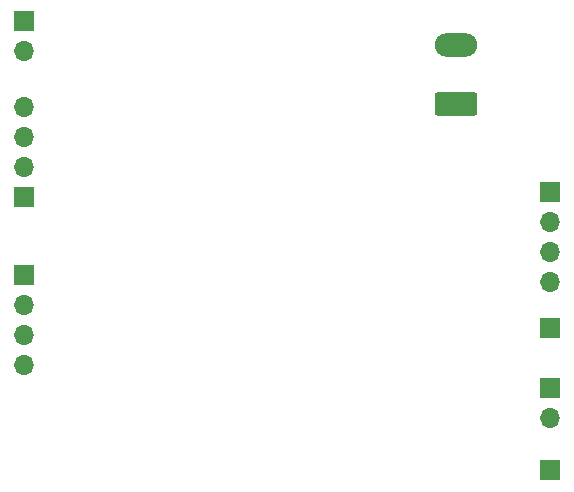
<source format=gbr>
%TF.GenerationSoftware,KiCad,Pcbnew,8.0.5*%
%TF.CreationDate,2024-10-31T12:59:41-07:00*%
%TF.ProjectId,team6_pcb,7465616d-365f-4706-9362-2e6b69636164,rev?*%
%TF.SameCoordinates,Original*%
%TF.FileFunction,Soldermask,Bot*%
%TF.FilePolarity,Negative*%
%FSLAX46Y46*%
G04 Gerber Fmt 4.6, Leading zero omitted, Abs format (unit mm)*
G04 Created by KiCad (PCBNEW 8.0.5) date 2024-10-31 12:59:41*
%MOMM*%
%LPD*%
G01*
G04 APERTURE LIST*
G04 Aperture macros list*
%AMRoundRect*
0 Rectangle with rounded corners*
0 $1 Rounding radius*
0 $2 $3 $4 $5 $6 $7 $8 $9 X,Y pos of 4 corners*
0 Add a 4 corners polygon primitive as box body*
4,1,4,$2,$3,$4,$5,$6,$7,$8,$9,$2,$3,0*
0 Add four circle primitives for the rounded corners*
1,1,$1+$1,$2,$3*
1,1,$1+$1,$4,$5*
1,1,$1+$1,$6,$7*
1,1,$1+$1,$8,$9*
0 Add four rect primitives between the rounded corners*
20,1,$1+$1,$2,$3,$4,$5,0*
20,1,$1+$1,$4,$5,$6,$7,0*
20,1,$1+$1,$6,$7,$8,$9,0*
20,1,$1+$1,$8,$9,$2,$3,0*%
G04 Aperture macros list end*
%ADD10RoundRect,0.250000X1.550000X-0.750000X1.550000X0.750000X-1.550000X0.750000X-1.550000X-0.750000X0*%
%ADD11O,3.600000X2.000000*%
%ADD12R,1.700000X1.700000*%
%ADD13O,1.700000X1.700000*%
G04 APERTURE END LIST*
D10*
%TO.C,P9*%
X143000000Y-85000000D03*
D11*
X143000000Y-80000000D03*
%TD*%
D12*
%TO.C,P8*%
X106437500Y-78000000D03*
D13*
X106437500Y-80540000D03*
%TD*%
D12*
%TO.C,P2*%
X151000000Y-109000000D03*
D13*
X151000000Y-111540000D03*
%TD*%
D12*
%TO.C,P3*%
X106451400Y-92887800D03*
D13*
X106451400Y-90347800D03*
X106451400Y-87807800D03*
X106451400Y-85267800D03*
%TD*%
D12*
%TO.C,P10*%
X151000000Y-92460000D03*
D13*
X151000000Y-95000000D03*
X151000000Y-97540000D03*
X151000000Y-100080000D03*
%TD*%
D12*
%TO.C,P5*%
X151000000Y-116000000D03*
%TD*%
%TO.C,P4*%
X151000000Y-104000000D03*
%TD*%
%TO.C,P1*%
X106500000Y-99450000D03*
D13*
X106500000Y-101990000D03*
X106500000Y-104530000D03*
X106500000Y-107070000D03*
%TD*%
M02*

</source>
